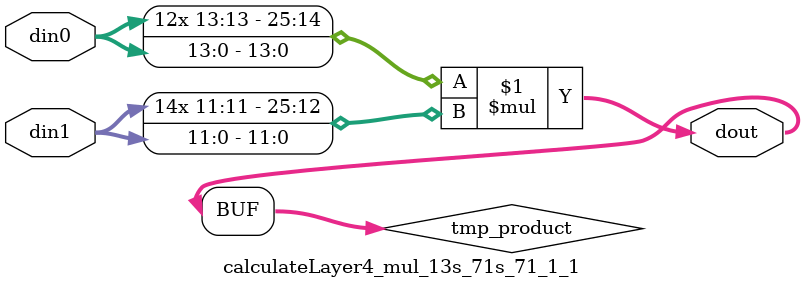
<source format=v>

`timescale 1 ns / 1 ps

  module calculateLayer4_mul_13s_71s_71_1_1(din0, din1, dout);
parameter ID = 1;
parameter NUM_STAGE = 0;
parameter din0_WIDTH = 14;
parameter din1_WIDTH = 12;
parameter dout_WIDTH = 26;

input [din0_WIDTH - 1 : 0] din0; 
input [din1_WIDTH - 1 : 0] din1; 
output [dout_WIDTH - 1 : 0] dout;

wire signed [dout_WIDTH - 1 : 0] tmp_product;













assign tmp_product = $signed(din0) * $signed(din1);








assign dout = tmp_product;







endmodule

</source>
